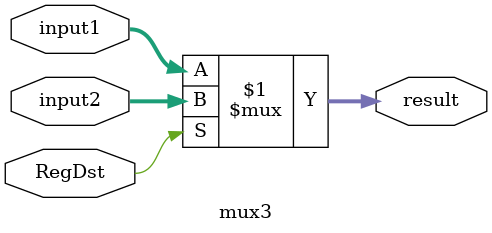
<source format=v>
`timescale 1ns / 1ps


module mux3(
    input RegDst,
    input [20:16] input1,
    input [15:11] input2,
    output [4:0] result
    );
    
    assign result = RegDst? input2:input1;
    
endmodule

</source>
